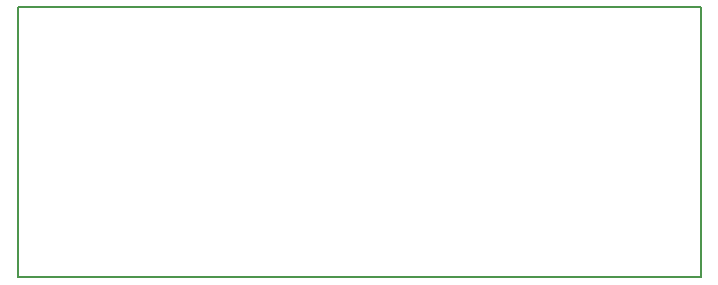
<source format=gbr>
G04 #@! TF.FileFunction,Profile,NP*
%FSLAX46Y46*%
G04 Gerber Fmt 4.6, Leading zero omitted, Abs format (unit mm)*
G04 Created by KiCad (PCBNEW 4.0.3-stable) date 09/13/16 14:55:43*
%MOMM*%
%LPD*%
G01*
G04 APERTURE LIST*
%ADD10C,0.100000*%
%ADD11C,0.150000*%
G04 APERTURE END LIST*
D10*
D11*
X154940000Y-50165000D02*
X97155000Y-50165000D01*
X97155000Y-73025000D02*
X154940000Y-73025000D01*
X97155000Y-50165000D02*
X97155000Y-73025000D01*
X154940000Y-50165000D02*
X154940000Y-73025000D01*
M02*

</source>
